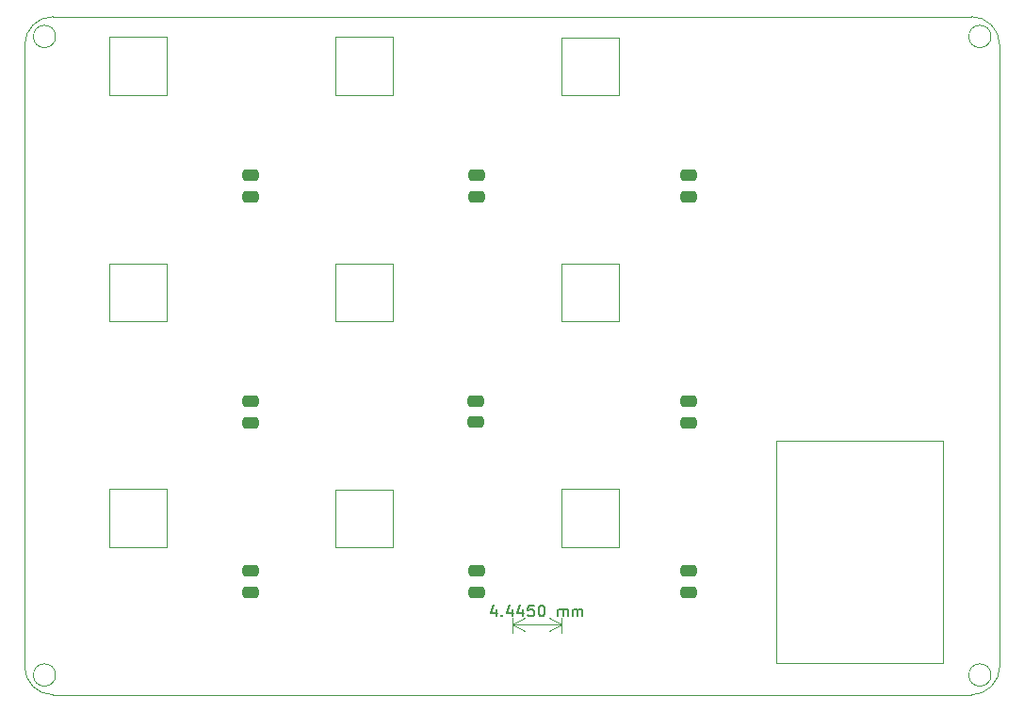
<source format=gbr>
%TF.GenerationSoftware,KiCad,Pcbnew,(6.0.5)*%
%TF.CreationDate,2022-06-17T09:46:01+08:00*%
%TF.ProjectId,keyboard_V4,6b657962-6f61-4726-945f-56342e6b6963,rev?*%
%TF.SameCoordinates,Original*%
%TF.FileFunction,Paste,Top*%
%TF.FilePolarity,Positive*%
%FSLAX46Y46*%
G04 Gerber Fmt 4.6, Leading zero omitted, Abs format (unit mm)*
G04 Created by KiCad (PCBNEW (6.0.5)) date 2022-06-17 09:46:01*
%MOMM*%
%LPD*%
G01*
G04 APERTURE LIST*
G04 Aperture macros list*
%AMRoundRect*
0 Rectangle with rounded corners*
0 $1 Rounding radius*
0 $2 $3 $4 $5 $6 $7 $8 $9 X,Y pos of 4 corners*
0 Add a 4 corners polygon primitive as box body*
4,1,4,$2,$3,$4,$5,$6,$7,$8,$9,$2,$3,0*
0 Add four circle primitives for the rounded corners*
1,1,$1+$1,$2,$3*
1,1,$1+$1,$4,$5*
1,1,$1+$1,$6,$7*
1,1,$1+$1,$8,$9*
0 Add four rect primitives between the rounded corners*
20,1,$1+$1,$2,$3,$4,$5,0*
20,1,$1+$1,$4,$5,$6,$7,0*
20,1,$1+$1,$6,$7,$8,$9,0*
20,1,$1+$1,$8,$9,$2,$3,0*%
G04 Aperture macros list end*
%TA.AperFunction,Profile*%
%ADD10C,0.050000*%
%TD*%
%ADD11C,0.150000*%
%ADD12RoundRect,0.250000X-0.475000X0.250000X-0.475000X-0.250000X0.475000X-0.250000X0.475000X0.250000X0*%
G04 APERTURE END LIST*
D10*
X43241538Y-103567747D02*
X38059938Y-103567747D01*
X38059938Y-103567747D02*
X38059938Y-98356147D01*
X38059938Y-98356147D02*
X43241538Y-98356147D01*
X43241538Y-98356147D02*
X43241538Y-103567747D01*
X115570000Y-55880000D02*
X33020000Y-55880000D01*
X83870800Y-83235800D02*
X78689200Y-83235800D01*
X78689200Y-83235800D02*
X78689200Y-78054200D01*
X78689200Y-78054200D02*
X83870800Y-78054200D01*
X83870800Y-78054200D02*
X83870800Y-83235800D01*
X117332000Y-57658000D02*
G75*
G03*
X117332000Y-57658000I-1000000J0D01*
G01*
X83876806Y-103567747D02*
X78695206Y-103567747D01*
X78695206Y-103567747D02*
X78695206Y-98366147D01*
X78695206Y-98366147D02*
X83876806Y-98366147D01*
X83876806Y-98366147D02*
X83876806Y-103567747D01*
X43241538Y-83255800D02*
X38059938Y-83255800D01*
X38059938Y-83255800D02*
X38059938Y-78054200D01*
X38059938Y-78054200D02*
X43241538Y-78054200D01*
X43241538Y-78054200D02*
X43241538Y-83255800D01*
X63559172Y-83255800D02*
X58377572Y-83255800D01*
X58377572Y-83255800D02*
X58377572Y-78054200D01*
X58377572Y-78054200D02*
X63559172Y-78054200D01*
X63559172Y-78054200D02*
X63559172Y-83255800D01*
X63550800Y-103575000D02*
X58369200Y-103575000D01*
X58369200Y-103575000D02*
X58369200Y-98373400D01*
X58369200Y-98373400D02*
X63550800Y-98373400D01*
X63550800Y-98373400D02*
X63550800Y-103575000D01*
X117332000Y-115062000D02*
G75*
G03*
X117332000Y-115062000I-1000000J0D01*
G01*
X118110000Y-58420000D02*
X118110000Y-114300000D01*
X30480000Y-58420000D02*
X30480000Y-114300000D01*
X30480000Y-114300000D02*
G75*
G03*
X33020000Y-116840000I2540000J0D01*
G01*
X43230800Y-62935800D02*
X38049200Y-62935800D01*
X38049200Y-62935800D02*
X38049200Y-57714200D01*
X38049200Y-57714200D02*
X43230800Y-57714200D01*
X43230800Y-57714200D02*
X43230800Y-62935800D01*
X33020000Y-116840000D02*
X115570000Y-116840000D01*
X83870800Y-62925800D02*
X78689200Y-62925800D01*
X78689200Y-62925800D02*
X78689200Y-57734200D01*
X78689200Y-57734200D02*
X83870800Y-57734200D01*
X83870800Y-57734200D02*
X83870800Y-62925800D01*
X33258000Y-57658000D02*
G75*
G03*
X33258000Y-57658000I-1000000J0D01*
G01*
X33020000Y-55880000D02*
G75*
G03*
X30480000Y-58420000I0J-2540000D01*
G01*
X118110000Y-58420000D02*
G75*
G03*
X115570000Y-55880000I-2540000J0D01*
G01*
X63550800Y-62935800D02*
X58369200Y-62935800D01*
X58369200Y-62935800D02*
X58369200Y-57714200D01*
X58369200Y-57714200D02*
X63550800Y-57714200D01*
X63550800Y-57714200D02*
X63550800Y-62935800D01*
X98000000Y-94000000D02*
X113000000Y-94000000D01*
X113000000Y-94000000D02*
X113000000Y-114000000D01*
X113000000Y-114000000D02*
X98000000Y-114000000D01*
X98000000Y-114000000D02*
X98000000Y-94000000D01*
X115570000Y-116840000D02*
G75*
G03*
X118110000Y-114300000I0J2540000D01*
G01*
X33258000Y-115062000D02*
G75*
G03*
X33258000Y-115062000I-1000000J0D01*
G01*
D11*
X72850833Y-109125714D02*
X72850833Y-109792380D01*
X72612738Y-108744761D02*
X72374642Y-109459047D01*
X72993690Y-109459047D01*
X73374642Y-109697142D02*
X73422261Y-109744761D01*
X73374642Y-109792380D01*
X73327023Y-109744761D01*
X73374642Y-109697142D01*
X73374642Y-109792380D01*
X74279404Y-109125714D02*
X74279404Y-109792380D01*
X74041309Y-108744761D02*
X73803214Y-109459047D01*
X74422261Y-109459047D01*
X75231785Y-109125714D02*
X75231785Y-109792380D01*
X74993690Y-108744761D02*
X74755595Y-109459047D01*
X75374642Y-109459047D01*
X76231785Y-108792380D02*
X75755595Y-108792380D01*
X75707976Y-109268571D01*
X75755595Y-109220952D01*
X75850833Y-109173333D01*
X76088928Y-109173333D01*
X76184166Y-109220952D01*
X76231785Y-109268571D01*
X76279404Y-109363809D01*
X76279404Y-109601904D01*
X76231785Y-109697142D01*
X76184166Y-109744761D01*
X76088928Y-109792380D01*
X75850833Y-109792380D01*
X75755595Y-109744761D01*
X75707976Y-109697142D01*
X76898452Y-108792380D02*
X76993690Y-108792380D01*
X77088928Y-108840000D01*
X77136547Y-108887619D01*
X77184166Y-108982857D01*
X77231785Y-109173333D01*
X77231785Y-109411428D01*
X77184166Y-109601904D01*
X77136547Y-109697142D01*
X77088928Y-109744761D01*
X76993690Y-109792380D01*
X76898452Y-109792380D01*
X76803214Y-109744761D01*
X76755595Y-109697142D01*
X76707976Y-109601904D01*
X76660357Y-109411428D01*
X76660357Y-109173333D01*
X76707976Y-108982857D01*
X76755595Y-108887619D01*
X76803214Y-108840000D01*
X76898452Y-108792380D01*
X78422261Y-109792380D02*
X78422261Y-109125714D01*
X78422261Y-109220952D02*
X78469880Y-109173333D01*
X78565119Y-109125714D01*
X78707976Y-109125714D01*
X78803214Y-109173333D01*
X78850833Y-109268571D01*
X78850833Y-109792380D01*
X78850833Y-109268571D02*
X78898452Y-109173333D01*
X78993690Y-109125714D01*
X79136547Y-109125714D01*
X79231785Y-109173333D01*
X79279404Y-109268571D01*
X79279404Y-109792380D01*
X79755595Y-109792380D02*
X79755595Y-109125714D01*
X79755595Y-109220952D02*
X79803214Y-109173333D01*
X79898452Y-109125714D01*
X80041309Y-109125714D01*
X80136547Y-109173333D01*
X80184166Y-109268571D01*
X80184166Y-109792380D01*
X80184166Y-109268571D02*
X80231785Y-109173333D01*
X80327023Y-109125714D01*
X80469880Y-109125714D01*
X80565119Y-109173333D01*
X80612738Y-109268571D01*
X80612738Y-109792380D01*
D10*
X78740000Y-111260000D02*
X78740000Y-109903580D01*
X74295000Y-111260000D02*
X74295000Y-109903580D01*
X78740000Y-110490000D02*
X74295000Y-110490000D01*
X78740000Y-110490000D02*
X74295000Y-110490000D01*
X78740000Y-110490000D02*
X77613496Y-109903579D01*
X78740000Y-110490000D02*
X77613496Y-111076421D01*
X74295000Y-110490000D02*
X75421504Y-111076421D01*
X74295000Y-110490000D02*
X75421504Y-109903579D01*
D12*
%TO.C,TS4148*%
X71046677Y-90451243D03*
X71046677Y-92351243D03*
%TD*%
%TO.C,TS4148*%
X50800000Y-70170000D03*
X50800000Y-72070000D03*
%TD*%
%TO.C,TS4148*%
X71120000Y-105730000D03*
X71120000Y-107630000D03*
%TD*%
%TO.C,TS4148*%
X90170000Y-70170000D03*
X90170000Y-72070000D03*
%TD*%
%TO.C,TS4148*%
X50800000Y-90490000D03*
X50800000Y-92390000D03*
%TD*%
%TO.C,TS4148*%
X90170000Y-105730000D03*
X90170000Y-107630000D03*
%TD*%
%TO.C,TS4148*%
X90170000Y-90490000D03*
X90170000Y-92390000D03*
%TD*%
%TO.C,TS4148*%
X50800000Y-105730000D03*
X50800000Y-107630000D03*
%TD*%
%TO.C,TS4148*%
X71120000Y-70170000D03*
X71120000Y-72070000D03*
%TD*%
M02*

</source>
